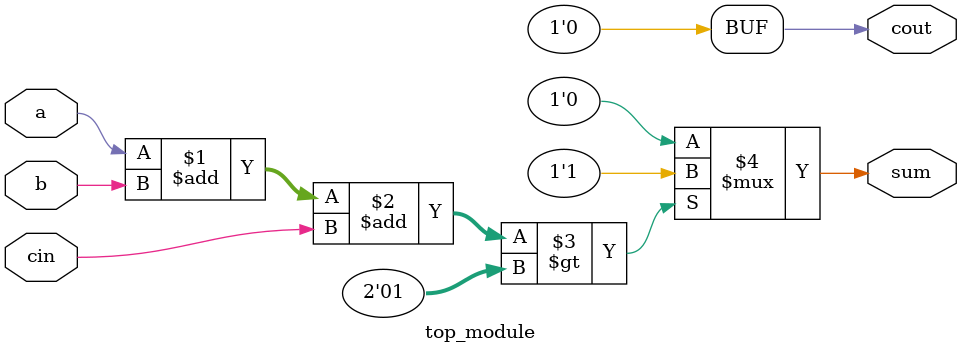
<source format=sv>
module top_module (
	input a,
	input b,
	input cin,
	output cout,
	output sum
);

assign {cout, sum} = a + b + cin > 2'b1 ? 1'b1 : 1'b0;

endmodule

</source>
